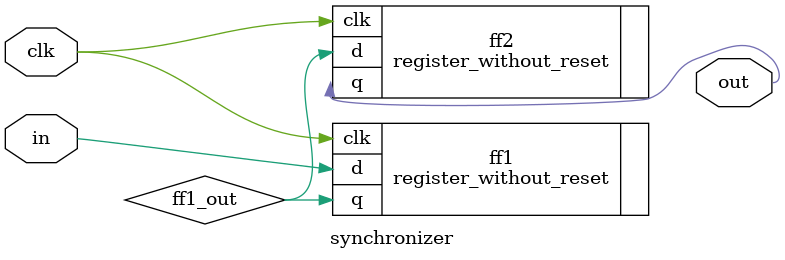
<source format=v>
module synchronizer
  #(parameter WIDTH=1)
  (
   input              clk,
   input  [WIDTH-1:0] in,
   output [WIDTH-1:0] out
   );

   wire [WIDTH-1:0]   ff1_out;

   register_without_reset #(.WIDTH(WIDTH)) ff1
     (.clk(clk), .d(in), .q(ff1_out));

   register_without_reset #(.WIDTH(WIDTH)) ff2
     (.clk(clk), .d(ff1_out), .q(out));

endmodule // synchronizer

</source>
